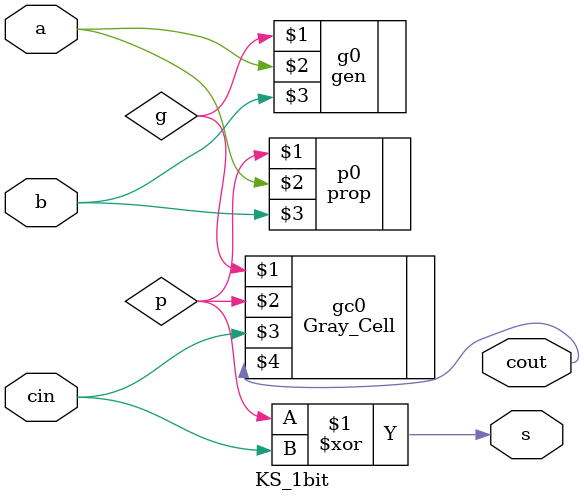
<source format=v>
`timescale 1ns / 1ps

module KS_1bit(
    input a,b,
    input cin,
    output s,cout
    );
    wire p,g;
    prop p0(p, a,b);
    gen g0(g, a, b);
    Gray_Cell gc0(g, p,cin,cout);
   
    xor x1(s,p,cin);
endmodule

</source>
